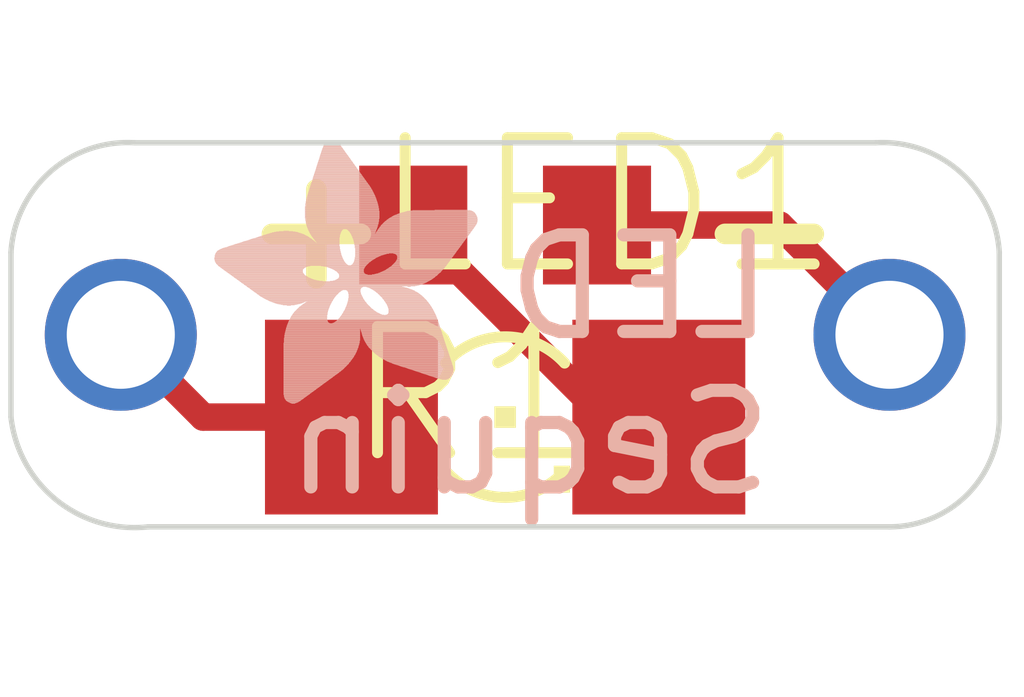
<source format=kicad_pcb>
(kicad_pcb (version 20211014) (generator pcbnew)
  (layers (0 "F.Cu" signal) (31 "B.Cu" signal) (34 "B.Paste" user) (35 "F.Paste" user) (36 "B.SilkS" user "B.Silkscreen") (37 "F.SilkS" user "F.Silkscreen") (38 "B.Mask" user) (39 "F.Mask" user) (44 "Edge.Cuts" user))
  (net 0 "")
  (net 1 "N$1")
  (net 2 "+")
  (net 3 "-")
  (footprint "boardEagle:R0603" (layer "F.Cu") (at 148.5011 103.985035 180)
    (fp_text reference "R1" (at -0.889 -0.889 180) (layer "F.SilkS") (effects (font (size 1.1684 1.1684) (thickness 0.1016)) (justify right top)))
    (fp_text value "")
    (pad "1" smd rect (at -0.85 0 180) (size 1 1.1) (layers "F.Cu" "F.Paste" "F.Mask") (net 3 "-"))
    (pad "2" smd rect (at 0.85 0 180) (size 1 1.1) (layers "F.Cu" "F.Paste" "F.Mask") (net 1 "N$1"))
  )
  (footprint "boardEagle:1206" (layer "F.Cu") (at 148.5011 105.763035)
    (fp_text reference "LED1" (at -1.27 -1.27) (layer "F.SilkS") (effects (font (size 1.1684 1.1684) (thickness 0.1016)) (justify left bottom)))
    (fp_text value "")
    (pad "A" smd rect (at -1.422 0) (size 1.6 1.803) (layers "F.Cu" "F.Paste" "F.Mask") (net 2 "+"))
    (pad "C" smd rect (at 1.422 0) (size 1.6 1.803) (layers "F.Cu" "F.Paste" "F.Mask") (net 1 "N$1"))
  )
  (footprint "boardEagle:ADAFRUIT_2.5MM" (layer "B.Cu") (at 148.2471 105.636035 180)
    (fp_text reference "U$1" hide)
    (fp_text value "" hide)
  )
  (gr_line (start 152.0571 106.779035) (end 145.1991 106.779035) (layer "Edge.Cuts") (width 0.05))
  (gr_line (start 145.0721 103.223035) (end 151.9301 103.223035) (layer "Edge.Cuts") (width 0.05))
  (gr_arc (start 153.0731 105.763035) (mid 152.77552 106.481455) (end 152.057099 106.779034) (layer "Edge.Cuts") (width 0.05))
  (gr_arc (start 151.9301 103.223035) (mid 152.712021 103.494312) (end 153.073101 104.239036) (layer "Edge.Cuts") (width 0.05))
  (gr_arc (start 143.9291 104.239035) (mid 144.289997 103.494107) (end 145.0721 103.223035) (layer "Edge.Cuts") (width 0.05))
  (gr_arc (start 145.1991 106.779035) (mid 144.353679 106.53406) (end 143.929099 105.763034) (layer "Edge.Cuts") (width 0.05))
  (gr_line (start 153.0731 104.239035) (end 153.0731 105.763035) (layer "Edge.Cuts") (width 0.05))
  (gr_line (start 143.9291 105.763035) (end 143.9291 104.239035) (layer "Edge.Cuts") (width 0.05))
  (gr_text "LED\nSequin" (at 151.0411 106.525035) (layer "B.SilkS") (effects (font (size 0.89408 0.89408) (thickness 0.12192)) (justify left bottom mirror)))
  (gr_text "-" (at 150.1521 104.620035) (layer "F.SilkS") (effects (font (size 1.0795 1.0795) (thickness 0.1905)) (justify left bottom)))
  (gr_text "+" (at 145.9611 104.620035) (layer "F.SilkS") (effects (font (size 1.0795 1.0795) (thickness 0.1905)) (justify left bottom)))
  (segment (start 149.4291 105.763035) (end 147.6511 103.985035) (width 0.254) (layer "F.Cu") (net 1))
  (segment (start 149.9231 105.763035) (end 149.4291 105.763035) (width 0.254) (layer "F.Cu") (net 1))
  (segment (start 144.9451 105.001035) (end 145.7071 105.763035) (width 0.254) (layer "F.Cu") (net 2))
  (segment (start 145.7071 105.763035) (end 147.0791 105.763035) (width 0.254) (layer "F.Cu") (net 2))
  (via (at 144.9451 105.001035) (size 1.4064) (drill 1) (layers "F.Cu" "B.Cu") (net 2))
  (segment (start 149.3511 103.985035) (end 151.0411 103.985035) (width 0.254) (layer "F.Cu") (net 3))
  (segment (start 151.0411 103.985035) (end 152.0571 105.001035) (width 0.254) (layer "F.Cu") (net 3))
  (via (at 152.0571 105.001035) (size 1.4064) (drill 1) (layers "F.Cu" "B.Cu") (net 3))
)
</source>
